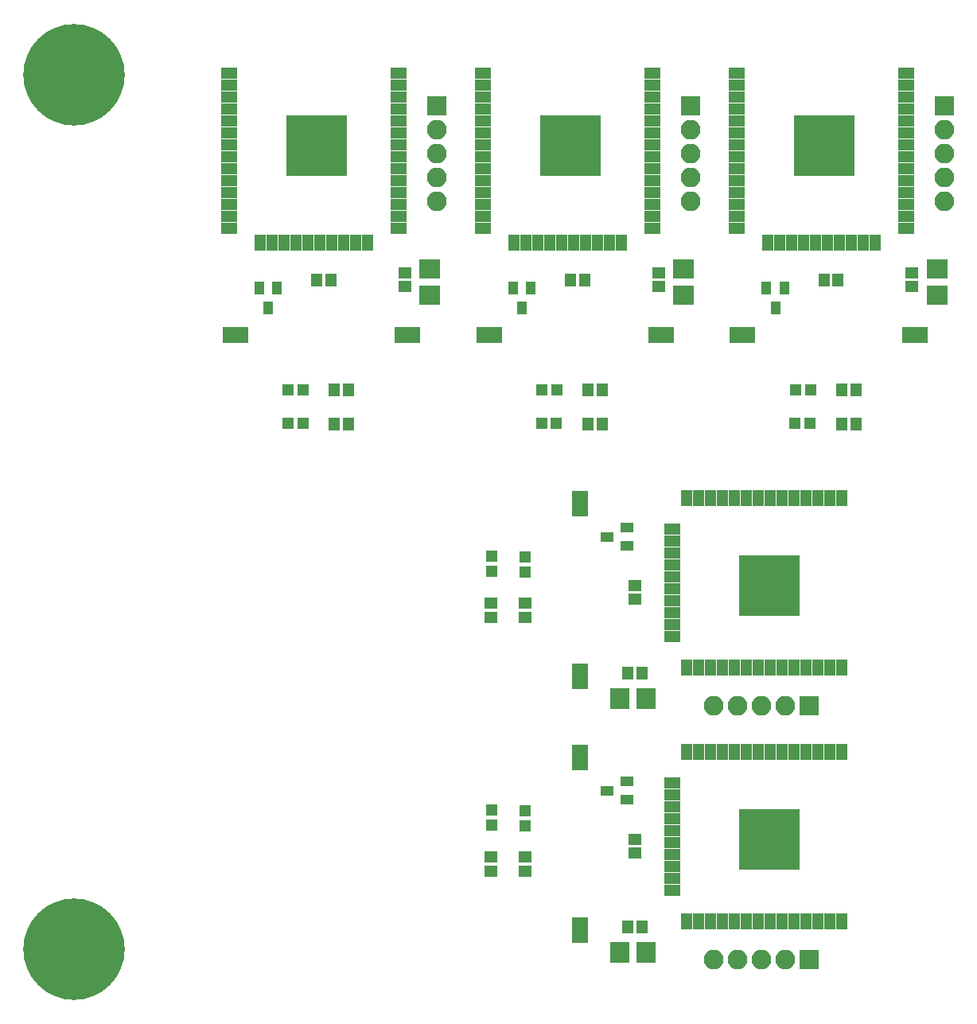
<source format=gts>
G04 #@! TF.GenerationSoftware,KiCad,Pcbnew,no-vcs-found*
G04 #@! TF.CreationDate,2017-01-05T13:18:46+01:00*
G04 #@! TF.ProjectId,ESP32-HELP-Button-pan,45535033322D48454C502D427574746F,rev?*
G04 #@! TF.FileFunction,Soldermask,Top*
G04 #@! TF.FilePolarity,Negative*
%FSLAX46Y46*%
G04 Gerber Fmt 4.6, Leading zero omitted, Abs format (unit mm)*
G04 Created by KiCad (PCBNEW no-vcs-found) date Thu Jan  5 13:18:46 2017*
%MOMM*%
%LPD*%
G01*
G04 APERTURE LIST*
%ADD10C,0.100000*%
%ADD11C,10.800080*%
%ADD12R,2.203400X2.000200*%
%ADD13R,1.400760X1.299160*%
%ADD14C,1.200000*%
%ADD15R,1.750000X1.300000*%
%ADD16R,1.300000X1.750000*%
%ADD17R,6.400000X6.400000*%
%ADD18R,1.299160X1.400760*%
%ADD19R,0.999440X1.400760*%
%ADD20R,2.100000X2.100000*%
%ADD21O,2.100000X2.100000*%
%ADD22R,1.200000X1.200000*%
%ADD23R,2.740000X1.700000*%
%ADD24R,2.000200X2.203400*%
%ADD25R,1.400760X0.999440*%
%ADD26R,1.700000X2.740000*%
G04 APERTURE END LIST*
D10*
D11*
X33000000Y-73000000D03*
X33000000Y-166000000D03*
D12*
X124858000Y-96456000D03*
X124858000Y-93662000D03*
D13*
X122191000Y-95546680D03*
X122191000Y-94043000D03*
D14*
X114822000Y-78544000D03*
X114822000Y-79544000D03*
X114822000Y-80544000D03*
X114822000Y-81544000D03*
X114822000Y-82544000D03*
X112822000Y-78544000D03*
X112822000Y-79544000D03*
X112822000Y-80544000D03*
X112822000Y-81544000D03*
X112822000Y-82544000D03*
X113822000Y-82544000D03*
X113822000Y-81544000D03*
X113822000Y-80544000D03*
X113822000Y-79544000D03*
X113822000Y-78544000D03*
X111822000Y-78544000D03*
X111822000Y-79544000D03*
X111822000Y-80544000D03*
X111822000Y-81544000D03*
X111822000Y-82544000D03*
X110822000Y-82544000D03*
X110822000Y-81544000D03*
X110822000Y-80544000D03*
X110822000Y-79544000D03*
D15*
X121552000Y-72834000D03*
X121552000Y-74104000D03*
X121552000Y-75374000D03*
X121552000Y-76644000D03*
X121552000Y-77914000D03*
X121552000Y-79184000D03*
X121552000Y-80454000D03*
X121552000Y-81724000D03*
X121552000Y-82994000D03*
X121552000Y-84264000D03*
X121552000Y-85534000D03*
X121552000Y-86804000D03*
X121552000Y-88074000D03*
X121552000Y-89344000D03*
D16*
X118252000Y-90844000D03*
X116982000Y-90844000D03*
X115712000Y-90844000D03*
X114442000Y-90844000D03*
X113172000Y-90844000D03*
X111902000Y-90844000D03*
X110632000Y-90844000D03*
X109362000Y-90844000D03*
X108092000Y-90844000D03*
X106822000Y-90844000D03*
D15*
X103522000Y-89344000D03*
X103522000Y-88074000D03*
X103522000Y-86804000D03*
X103522000Y-85534000D03*
X103522000Y-84264000D03*
X103522000Y-82994000D03*
X103522000Y-81724000D03*
X103522000Y-80454000D03*
X103522000Y-79184000D03*
X103522000Y-77914000D03*
X103522000Y-76644000D03*
X103522000Y-75374000D03*
X103522000Y-74104000D03*
X103522000Y-72834000D03*
D17*
X112822000Y-80544000D03*
D14*
X110822000Y-78544000D03*
D18*
X116222000Y-110172000D03*
X114718320Y-110172000D03*
X114718320Y-106489000D03*
X116222000Y-106489000D03*
X112813320Y-94805000D03*
X114317000Y-94805000D03*
D19*
X106697000Y-95653360D03*
X107649500Y-97766640D03*
X108602000Y-95653360D03*
D20*
X125620000Y-76263000D03*
D21*
X125620000Y-78803000D03*
X125620000Y-81343000D03*
X125620000Y-83883000D03*
X125620000Y-86423000D03*
D22*
X111345000Y-110045000D03*
X109745000Y-110045000D03*
X109796000Y-106489000D03*
X111396000Y-106489000D03*
D23*
X122497000Y-100647000D03*
X104157000Y-100647000D03*
D12*
X97858000Y-96456000D03*
X97858000Y-93662000D03*
D13*
X95191000Y-95546680D03*
X95191000Y-94043000D03*
D14*
X87822000Y-78544000D03*
X87822000Y-79544000D03*
X87822000Y-80544000D03*
X87822000Y-81544000D03*
X87822000Y-82544000D03*
X85822000Y-78544000D03*
X85822000Y-79544000D03*
X85822000Y-80544000D03*
X85822000Y-81544000D03*
X85822000Y-82544000D03*
X86822000Y-82544000D03*
X86822000Y-81544000D03*
X86822000Y-80544000D03*
X86822000Y-79544000D03*
X86822000Y-78544000D03*
X84822000Y-78544000D03*
X84822000Y-79544000D03*
X84822000Y-80544000D03*
X84822000Y-81544000D03*
X84822000Y-82544000D03*
X83822000Y-82544000D03*
X83822000Y-81544000D03*
X83822000Y-80544000D03*
X83822000Y-79544000D03*
D15*
X94552000Y-72834000D03*
X94552000Y-74104000D03*
X94552000Y-75374000D03*
X94552000Y-76644000D03*
X94552000Y-77914000D03*
X94552000Y-79184000D03*
X94552000Y-80454000D03*
X94552000Y-81724000D03*
X94552000Y-82994000D03*
X94552000Y-84264000D03*
X94552000Y-85534000D03*
X94552000Y-86804000D03*
X94552000Y-88074000D03*
X94552000Y-89344000D03*
D16*
X91252000Y-90844000D03*
X89982000Y-90844000D03*
X88712000Y-90844000D03*
X87442000Y-90844000D03*
X86172000Y-90844000D03*
X84902000Y-90844000D03*
X83632000Y-90844000D03*
X82362000Y-90844000D03*
X81092000Y-90844000D03*
X79822000Y-90844000D03*
D15*
X76522000Y-89344000D03*
X76522000Y-88074000D03*
X76522000Y-86804000D03*
X76522000Y-85534000D03*
X76522000Y-84264000D03*
X76522000Y-82994000D03*
X76522000Y-81724000D03*
X76522000Y-80454000D03*
X76522000Y-79184000D03*
X76522000Y-77914000D03*
X76522000Y-76644000D03*
X76522000Y-75374000D03*
X76522000Y-74104000D03*
X76522000Y-72834000D03*
D17*
X85822000Y-80544000D03*
D14*
X83822000Y-78544000D03*
D18*
X89222000Y-110172000D03*
X87718320Y-110172000D03*
X87718320Y-106489000D03*
X89222000Y-106489000D03*
X85813320Y-94805000D03*
X87317000Y-94805000D03*
D19*
X79697000Y-95653360D03*
X80649500Y-97766640D03*
X81602000Y-95653360D03*
D20*
X98620000Y-76263000D03*
D21*
X98620000Y-78803000D03*
X98620000Y-81343000D03*
X98620000Y-83883000D03*
X98620000Y-86423000D03*
D22*
X84345000Y-110045000D03*
X82745000Y-110045000D03*
X82796000Y-106489000D03*
X84396000Y-106489000D03*
D23*
X95497000Y-100647000D03*
X77157000Y-100647000D03*
D24*
X91044000Y-139358000D03*
X93838000Y-139358000D03*
D18*
X91953320Y-136691000D03*
X93457000Y-136691000D03*
D14*
X108956000Y-129322000D03*
X107956000Y-129322000D03*
X106956000Y-129322000D03*
X105956000Y-129322000D03*
X104956000Y-129322000D03*
X108956000Y-127322000D03*
X107956000Y-127322000D03*
X106956000Y-127322000D03*
X105956000Y-127322000D03*
X104956000Y-127322000D03*
X104956000Y-128322000D03*
X105956000Y-128322000D03*
X106956000Y-128322000D03*
X107956000Y-128322000D03*
X108956000Y-128322000D03*
X108956000Y-126322000D03*
X107956000Y-126322000D03*
X106956000Y-126322000D03*
X105956000Y-126322000D03*
X104956000Y-126322000D03*
X104956000Y-125322000D03*
X105956000Y-125322000D03*
X106956000Y-125322000D03*
X107956000Y-125322000D03*
D16*
X114666000Y-136052000D03*
X113396000Y-136052000D03*
X112126000Y-136052000D03*
X110856000Y-136052000D03*
X109586000Y-136052000D03*
X108316000Y-136052000D03*
X107046000Y-136052000D03*
X105776000Y-136052000D03*
X104506000Y-136052000D03*
X103236000Y-136052000D03*
X101966000Y-136052000D03*
X100696000Y-136052000D03*
X99426000Y-136052000D03*
X98156000Y-136052000D03*
D15*
X96656000Y-132752000D03*
X96656000Y-131482000D03*
X96656000Y-130212000D03*
X96656000Y-128942000D03*
X96656000Y-127672000D03*
X96656000Y-126402000D03*
X96656000Y-125132000D03*
X96656000Y-123862000D03*
X96656000Y-122592000D03*
X96656000Y-121322000D03*
D16*
X98156000Y-118022000D03*
X99426000Y-118022000D03*
X100696000Y-118022000D03*
X101966000Y-118022000D03*
X103236000Y-118022000D03*
X104506000Y-118022000D03*
X105776000Y-118022000D03*
X107046000Y-118022000D03*
X108316000Y-118022000D03*
X109586000Y-118022000D03*
X110856000Y-118022000D03*
X112126000Y-118022000D03*
X113396000Y-118022000D03*
X114666000Y-118022000D03*
D17*
X106956000Y-127322000D03*
D14*
X108956000Y-125322000D03*
D13*
X77328000Y-130722000D03*
X77328000Y-129218320D03*
X81011000Y-129218320D03*
X81011000Y-130722000D03*
X92695000Y-127313320D03*
X92695000Y-128817000D03*
D25*
X91846640Y-121197000D03*
X89733360Y-122149500D03*
X91846640Y-123102000D03*
D20*
X111237000Y-140120000D03*
D21*
X108697000Y-140120000D03*
X106157000Y-140120000D03*
X103617000Y-140120000D03*
X101077000Y-140120000D03*
D22*
X77455000Y-125845000D03*
X77455000Y-124245000D03*
X81011000Y-124296000D03*
X81011000Y-125896000D03*
D26*
X86853000Y-136997000D03*
X86853000Y-118657000D03*
D23*
X50157000Y-100647000D03*
X68497000Y-100647000D03*
D22*
X57396000Y-106489000D03*
X55796000Y-106489000D03*
X55745000Y-110045000D03*
X57345000Y-110045000D03*
D21*
X71620000Y-86423000D03*
X71620000Y-83883000D03*
X71620000Y-81343000D03*
X71620000Y-78803000D03*
D20*
X71620000Y-76263000D03*
D19*
X54602000Y-95653360D03*
X53649500Y-97766640D03*
X52697000Y-95653360D03*
D18*
X60317000Y-94805000D03*
X58813320Y-94805000D03*
X62222000Y-106489000D03*
X60718320Y-106489000D03*
X60718320Y-110172000D03*
X62222000Y-110172000D03*
D14*
X56822000Y-78544000D03*
D17*
X58822000Y-80544000D03*
D15*
X49522000Y-72834000D03*
X49522000Y-74104000D03*
X49522000Y-75374000D03*
X49522000Y-76644000D03*
X49522000Y-77914000D03*
X49522000Y-79184000D03*
X49522000Y-80454000D03*
X49522000Y-81724000D03*
X49522000Y-82994000D03*
X49522000Y-84264000D03*
X49522000Y-85534000D03*
X49522000Y-86804000D03*
X49522000Y-88074000D03*
X49522000Y-89344000D03*
D16*
X52822000Y-90844000D03*
X54092000Y-90844000D03*
X55362000Y-90844000D03*
X56632000Y-90844000D03*
X57902000Y-90844000D03*
X59172000Y-90844000D03*
X60442000Y-90844000D03*
X61712000Y-90844000D03*
X62982000Y-90844000D03*
X64252000Y-90844000D03*
D15*
X67552000Y-89344000D03*
X67552000Y-88074000D03*
X67552000Y-86804000D03*
X67552000Y-85534000D03*
X67552000Y-84264000D03*
X67552000Y-82994000D03*
X67552000Y-81724000D03*
X67552000Y-80454000D03*
X67552000Y-79184000D03*
X67552000Y-77914000D03*
X67552000Y-76644000D03*
X67552000Y-75374000D03*
X67552000Y-74104000D03*
X67552000Y-72834000D03*
D14*
X56822000Y-79544000D03*
X56822000Y-80544000D03*
X56822000Y-81544000D03*
X56822000Y-82544000D03*
X57822000Y-82544000D03*
X57822000Y-81544000D03*
X57822000Y-80544000D03*
X57822000Y-79544000D03*
X57822000Y-78544000D03*
X59822000Y-78544000D03*
X59822000Y-79544000D03*
X59822000Y-80544000D03*
X59822000Y-81544000D03*
X59822000Y-82544000D03*
X58822000Y-82544000D03*
X58822000Y-81544000D03*
X58822000Y-80544000D03*
X58822000Y-79544000D03*
X58822000Y-78544000D03*
X60822000Y-82544000D03*
X60822000Y-81544000D03*
X60822000Y-80544000D03*
X60822000Y-79544000D03*
X60822000Y-78544000D03*
D13*
X68191000Y-94043000D03*
X68191000Y-95546680D03*
D12*
X70858000Y-93662000D03*
X70858000Y-96456000D03*
D26*
X86853000Y-145657000D03*
X86853000Y-163997000D03*
D22*
X81011000Y-152896000D03*
X81011000Y-151296000D03*
X77455000Y-151245000D03*
X77455000Y-152845000D03*
D21*
X101077000Y-167120000D03*
X103617000Y-167120000D03*
X106157000Y-167120000D03*
X108697000Y-167120000D03*
D20*
X111237000Y-167120000D03*
D25*
X91846640Y-150102000D03*
X89733360Y-149149500D03*
X91846640Y-148197000D03*
D13*
X92695000Y-155817000D03*
X92695000Y-154313320D03*
X81011000Y-157722000D03*
X81011000Y-156218320D03*
X77328000Y-156218320D03*
X77328000Y-157722000D03*
D14*
X108956000Y-152322000D03*
D17*
X106956000Y-154322000D03*
D16*
X114666000Y-145022000D03*
X113396000Y-145022000D03*
X112126000Y-145022000D03*
X110856000Y-145022000D03*
X109586000Y-145022000D03*
X108316000Y-145022000D03*
X107046000Y-145022000D03*
X105776000Y-145022000D03*
X104506000Y-145022000D03*
X103236000Y-145022000D03*
X101966000Y-145022000D03*
X100696000Y-145022000D03*
X99426000Y-145022000D03*
X98156000Y-145022000D03*
D15*
X96656000Y-148322000D03*
X96656000Y-149592000D03*
X96656000Y-150862000D03*
X96656000Y-152132000D03*
X96656000Y-153402000D03*
X96656000Y-154672000D03*
X96656000Y-155942000D03*
X96656000Y-157212000D03*
X96656000Y-158482000D03*
X96656000Y-159752000D03*
D16*
X98156000Y-163052000D03*
X99426000Y-163052000D03*
X100696000Y-163052000D03*
X101966000Y-163052000D03*
X103236000Y-163052000D03*
X104506000Y-163052000D03*
X105776000Y-163052000D03*
X107046000Y-163052000D03*
X108316000Y-163052000D03*
X109586000Y-163052000D03*
X110856000Y-163052000D03*
X112126000Y-163052000D03*
X113396000Y-163052000D03*
X114666000Y-163052000D03*
D14*
X107956000Y-152322000D03*
X106956000Y-152322000D03*
X105956000Y-152322000D03*
X104956000Y-152322000D03*
X104956000Y-153322000D03*
X105956000Y-153322000D03*
X106956000Y-153322000D03*
X107956000Y-153322000D03*
X108956000Y-153322000D03*
X108956000Y-155322000D03*
X107956000Y-155322000D03*
X106956000Y-155322000D03*
X105956000Y-155322000D03*
X104956000Y-155322000D03*
X104956000Y-154322000D03*
X105956000Y-154322000D03*
X106956000Y-154322000D03*
X107956000Y-154322000D03*
X108956000Y-154322000D03*
X104956000Y-156322000D03*
X105956000Y-156322000D03*
X106956000Y-156322000D03*
X107956000Y-156322000D03*
X108956000Y-156322000D03*
D18*
X93457000Y-163691000D03*
X91953320Y-163691000D03*
D24*
X93838000Y-166358000D03*
X91044000Y-166358000D03*
M02*

</source>
